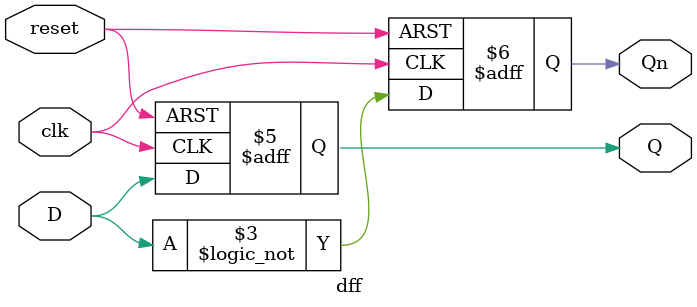
<source format=sv>


module traffic(clk, reset, snow, sys_en, gh, gc, rh, rc, vehicle);
  input clk, reset, snow, sys_en, vehicle; //declare the inputs from the portlist-- the rest are outputs to the lights
  //note that reset and snow are not used in the design
  output gh, gc, rh, rc; //green highway light, green country light, etc.
    
  wire [2:0] q; //present state vals; q[2] = q2, etc.
  wire q2n, q1n, q0n;
  
  wire Q2ns, Q2p1, Q2p2, Q2p3; //three products for Q2 ns
  wire Q1ns, Q1p1, Q1p2, Q1p3, Q1p4; //four products for Q1 ns
  wire Q0ns, Q0p1, Q0p2, Q0p3, Q0p4, Q0p5, Q0p6; //six products for Q0 ns
  
  wire gcp1, gcp2, rcp1, ghp1, ghp2, rhp1, rhp2, rhp3; //products for outputs eqs
  
  //declare not values to use in transition eqs
  wire vehicle_n, sys_en_n;
  not(vehicle_n, vehicle);
  not(sys_en_n, sys_en);
  
  //Q2* = q2q1'en + q2q0'v'en + q2'q1q0ven
  and(Q2p1, q[2], q1n, sys_en);
  and(Q2p2, q[2], q0n, vehicle_n, sys_en);
  and(Q2p3, q2n, q[1], q[0], vehicle, sys_en);
  or(Q2ns, Q2p1, Q2p2, Q2p3);
  
  //Q1* = q1q0'v'en + q2'q1q0'en + q1'q0ven + q2'q1q0v'en
  and(Q1p1, q[1], q0n, vehicle_n, sys_en);
  and(Q1p2, q2n, q[1], q0n, sys_en);
  and(Q1p3, q1n, q[0], vehicle, sys_en);
  and(Q1p4, q2n, q[1], q[0], vehicle_n, sys_en);
  or(Q1ns, Q1p1, Q1p2, Q1p3, Q1p4);
  
  //Q0* = q2q1'q0' + q2'q1'en' + q2'q0'ven + q2'q1'q0'en + q2'q0v'en + q1'q0v'en
  and(Q0p1, q[2], q1n, q0n);
  and(Q0p2, q2n, q1n, sys_en_n);
  and(Q0p3, q2n, q0n, vehicle, sys_en);
  and(Q0p4, q2n, q1n, q0n, sys_en);
  and(Q0p5, q2n, q[0], vehicle_n, sys_en);
  and(Q0p6, q1n, q[0], vehicle_n, sys_en);
  or(Q0ns, Q0p1, Q0p2, Q0p3, Q0p4, Q0p5, Q0p6);
  
  //connect Qs to DFFs
  dff ff2(clk, reset, Q2ns, q[2], q2n);
  dff ff1(clk, reset, Q1ns, q[1], q1n);
  dff ff0(clk, reset, Q0ns, q[0], q0n);
  
  //output equations
  //GC = q2q1q0' + q2q1'q0
  and(gcp1, q[2], q[1], q0n);
  and(gcp2, q[2], q1n, q[0]);
  or(gc, gcp1, gcp2);
  
  //RC = q2' + q1'q0'
  and(rcp1, q1n, q0n);
  or(rc, q2n, rcp1);
  
  //GH = q2'q1 + q2'q0
  and(ghp1, q2n, q[1]);
  and(ghp2, q2n, q[0]);
  or(gh, ghp1, ghp2);
  
  //RH = q1'q0' + q2q0' + q2q1'
  and(rhp1, q1n, q0n);
  and(rhp2, q[2], q0n);
  and(rhp3, q[2], q1n);
  or(rh, rhp1, rhp2, rhp3);
  
endmodule




//implement the DFF to be used throughout the logic
module dff(clk, reset, D, Q, Qn);
  input clk, D, reset; //connect the clock and next state input
  output reg Q, Qn; //output Q and Qn, to be assigned vals
  
  initial
    begin
      Q=0; Qn=1; //set initial vals of Q, Qn
    end
  
  //on clk tick, update Q and Qn with D and !D
  //set Q to 0 when reset is 1 (active high)
  always@ (posedge clk or posedge reset)
    begin
      if(reset == 1)
        begin
          Q <= 0;
          Qn <= 1;
        end
      else
        begin
          Q <= D;
          Qn <= !D;
        end
    end

endmodule

</source>
